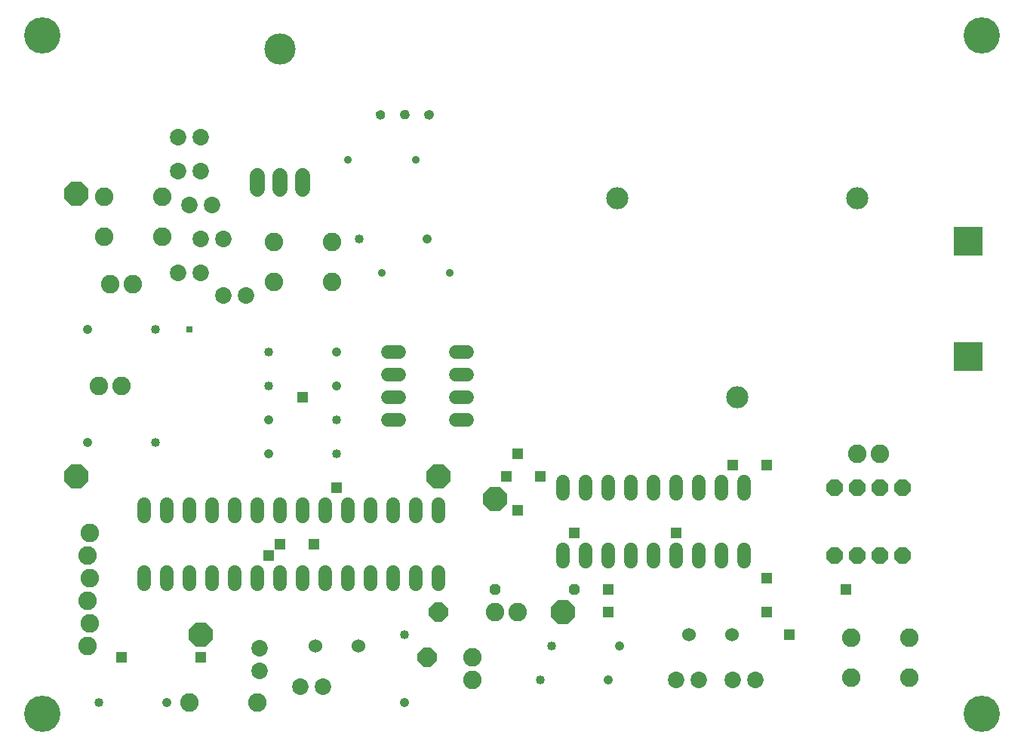
<source format=gts>
G75*
%MOIN*%
%OFA0B0*%
%FSLAX25Y25*%
%IPPOS*%
%LPD*%
%AMOC8*
5,1,8,0,0,1.08239X$1,22.5*
%
%ADD10C,0.16000*%
%ADD11OC8,0.07100*%
%ADD12C,0.06000*%
%ADD13C,0.08200*%
%ADD14C,0.04000*%
%ADD15C,0.04123*%
%ADD16R,0.12800X0.12800*%
%ADD17C,0.09800*%
%ADD18C,0.06000*%
%ADD19C,0.07300*%
%ADD20R,0.02800X0.02800*%
%ADD21C,0.03600*%
%ADD22C,0.06800*%
%ADD23C,0.13800*%
%ADD24C,0.00500*%
%ADD25R,0.04762X0.04762*%
%ADD26OC8,0.08400*%
%ADD27OC8,0.10800*%
%ADD28OC8,0.04762*%
D10*
X0021800Y0021800D03*
X0021800Y0321800D03*
X0436800Y0321800D03*
X0436800Y0021800D03*
D11*
X0401800Y0091800D03*
X0391800Y0091800D03*
X0381800Y0091800D03*
X0371800Y0091800D03*
X0371800Y0121800D03*
X0381800Y0121800D03*
X0391800Y0121800D03*
X0401800Y0121800D03*
D12*
X0331800Y0119200D02*
X0331800Y0124400D01*
X0321800Y0124400D02*
X0321800Y0119200D01*
X0311800Y0119200D02*
X0311800Y0124400D01*
X0301800Y0124400D02*
X0301800Y0119200D01*
X0291800Y0119200D02*
X0291800Y0124400D01*
X0281800Y0124400D02*
X0281800Y0119200D01*
X0271800Y0119200D02*
X0271800Y0124400D01*
X0261800Y0124400D02*
X0261800Y0119200D01*
X0251800Y0119200D02*
X0251800Y0124400D01*
X0251800Y0094400D02*
X0251800Y0089200D01*
X0261800Y0089200D02*
X0261800Y0094400D01*
X0271800Y0094400D02*
X0271800Y0089200D01*
X0281800Y0089200D02*
X0281800Y0094400D01*
X0291800Y0094400D02*
X0291800Y0089200D01*
X0301800Y0089200D02*
X0301800Y0094400D01*
X0311800Y0094400D02*
X0311800Y0089200D01*
X0321800Y0089200D02*
X0321800Y0094400D01*
X0331800Y0094400D02*
X0331800Y0089200D01*
X0209400Y0151800D02*
X0204200Y0151800D01*
X0204200Y0161800D02*
X0209400Y0161800D01*
X0209400Y0171800D02*
X0204200Y0171800D01*
X0204200Y0181800D02*
X0209400Y0181800D01*
X0179400Y0181800D02*
X0174200Y0181800D01*
X0174200Y0171800D02*
X0179400Y0171800D01*
X0179400Y0161800D02*
X0174200Y0161800D01*
X0174200Y0151800D02*
X0179400Y0151800D01*
X0176800Y0114400D02*
X0176800Y0109200D01*
X0166800Y0109200D02*
X0166800Y0114400D01*
X0156800Y0114400D02*
X0156800Y0109200D01*
X0146800Y0109200D02*
X0146800Y0114400D01*
X0136800Y0114400D02*
X0136800Y0109200D01*
X0126800Y0109200D02*
X0126800Y0114400D01*
X0116800Y0114400D02*
X0116800Y0109200D01*
X0106800Y0109200D02*
X0106800Y0114400D01*
X0096800Y0114400D02*
X0096800Y0109200D01*
X0086800Y0109200D02*
X0086800Y0114400D01*
X0076800Y0114400D02*
X0076800Y0109200D01*
X0066800Y0109200D02*
X0066800Y0114400D01*
X0066800Y0084400D02*
X0066800Y0079200D01*
X0076800Y0079200D02*
X0076800Y0084400D01*
X0086800Y0084400D02*
X0086800Y0079200D01*
X0096800Y0079200D02*
X0096800Y0084400D01*
X0106800Y0084400D02*
X0106800Y0079200D01*
X0116800Y0079200D02*
X0116800Y0084400D01*
X0126800Y0084400D02*
X0126800Y0079200D01*
X0136800Y0079200D02*
X0136800Y0084400D01*
X0146800Y0084400D02*
X0146800Y0079200D01*
X0156800Y0079200D02*
X0156800Y0084400D01*
X0166800Y0084400D02*
X0166800Y0079200D01*
X0176800Y0079200D02*
X0176800Y0084400D01*
X0186800Y0084400D02*
X0186800Y0079200D01*
X0196800Y0079200D02*
X0196800Y0084400D01*
X0196800Y0109200D02*
X0196800Y0114400D01*
X0186800Y0114400D02*
X0186800Y0109200D01*
D13*
X0221800Y0066800D03*
X0231800Y0066800D03*
X0211800Y0046800D03*
X0211800Y0036800D03*
X0116800Y0026800D03*
X0086800Y0026800D03*
X0041800Y0051800D03*
X0042800Y0061800D03*
X0041800Y0071800D03*
X0042800Y0081800D03*
X0041800Y0091800D03*
X0042800Y0101800D03*
X0046800Y0166800D03*
X0056800Y0166800D03*
X0051800Y0211800D03*
X0061800Y0211800D03*
X0049000Y0232900D03*
X0049000Y0250700D03*
X0074600Y0250700D03*
X0074600Y0232900D03*
X0124000Y0230700D03*
X0149600Y0230700D03*
X0149600Y0212900D03*
X0124000Y0212900D03*
X0379000Y0055700D03*
X0379000Y0037900D03*
X0404600Y0037900D03*
X0404600Y0055700D03*
X0391800Y0136800D03*
X0381800Y0136800D03*
D14*
X0246800Y0051800D03*
X0241800Y0036800D03*
X0181800Y0056800D03*
X0151800Y0136800D03*
X0151800Y0151800D03*
X0121800Y0166800D03*
X0121800Y0181800D03*
X0071800Y0191800D03*
X0071800Y0141800D03*
X0161800Y0231800D03*
X0046800Y0026800D03*
D15*
X0076800Y0026800D03*
X0181800Y0026800D03*
X0271800Y0036800D03*
X0276800Y0051800D03*
X0151800Y0166800D03*
X0151800Y0181800D03*
X0121800Y0151800D03*
X0121800Y0136800D03*
X0041800Y0141800D03*
X0041800Y0191800D03*
X0191800Y0231800D03*
D16*
X0430800Y0230800D03*
X0430800Y0179800D03*
D17*
X0381800Y0249800D03*
X0275800Y0249800D03*
X0328800Y0161800D03*
D18*
X0326300Y0056800D03*
X0307300Y0056800D03*
X0161300Y0051800D03*
X0142300Y0051800D03*
D19*
X0145800Y0033800D03*
X0135800Y0033800D03*
X0117800Y0040800D03*
X0117800Y0050800D03*
X0301800Y0036800D03*
X0311800Y0036800D03*
X0326800Y0036800D03*
X0336800Y0036800D03*
X0111800Y0206800D03*
X0101800Y0206800D03*
X0091800Y0216800D03*
X0081800Y0216800D03*
X0091800Y0231800D03*
X0101800Y0231800D03*
X0096800Y0246800D03*
X0086800Y0246800D03*
X0081800Y0261800D03*
X0091800Y0261800D03*
X0091800Y0276800D03*
X0081800Y0276800D03*
D20*
X0036800Y0251800D03*
X0086800Y0191800D03*
X0036800Y0126800D03*
X0091800Y0056800D03*
X0191800Y0046800D03*
X0196800Y0066800D03*
X0251800Y0066800D03*
X0221800Y0116800D03*
X0196800Y0126800D03*
D21*
X0201800Y0216800D03*
X0171800Y0216800D03*
X0171800Y0216800D03*
X0156800Y0266800D03*
X0186800Y0266800D03*
X0186800Y0266800D03*
D22*
X0136800Y0259800D02*
X0136800Y0253800D01*
X0126800Y0253800D02*
X0126800Y0259800D01*
X0116800Y0259800D02*
X0116800Y0253800D01*
D23*
X0126800Y0315800D03*
D24*
X0169735Y0287897D02*
X0169519Y0287565D01*
X0169381Y0287193D01*
X0169330Y0286800D01*
X0169385Y0286402D01*
X0169528Y0286026D01*
X0169750Y0285691D01*
X0170041Y0285414D01*
X0170387Y0285208D01*
X0170770Y0285085D01*
X0171170Y0285050D01*
X0171550Y0285102D01*
X0171908Y0285237D01*
X0172228Y0285448D01*
X0172492Y0285725D01*
X0172688Y0286054D01*
X0172806Y0286418D01*
X0172840Y0286800D01*
X0172800Y0287184D01*
X0172676Y0287550D01*
X0172473Y0287879D01*
X0172202Y0288154D01*
X0171877Y0288363D01*
X0171513Y0288493D01*
X0171130Y0288540D01*
X0170735Y0288502D01*
X0170359Y0288377D01*
X0170020Y0288172D01*
X0169735Y0287897D01*
X0169832Y0287990D02*
X0172364Y0287990D01*
X0172696Y0287492D02*
X0169492Y0287492D01*
X0169355Y0286993D02*
X0172820Y0286993D01*
X0172813Y0286495D02*
X0169372Y0286495D01*
X0169547Y0285996D02*
X0172654Y0285996D01*
X0172275Y0285498D02*
X0169953Y0285498D01*
X0170695Y0288489D02*
X0171526Y0288489D01*
X0180101Y0287233D02*
X0180239Y0287605D01*
X0180455Y0287937D01*
X0180740Y0288212D01*
X0181079Y0288418D01*
X0181455Y0288542D01*
X0181850Y0288580D01*
X0182233Y0288533D01*
X0182597Y0288403D01*
X0182922Y0288194D01*
X0183193Y0287919D01*
X0183396Y0287590D01*
X0183520Y0287224D01*
X0183560Y0286840D01*
X0183526Y0286459D01*
X0183408Y0286094D01*
X0183212Y0285765D01*
X0182948Y0285488D01*
X0182628Y0285277D01*
X0182270Y0285142D01*
X0181890Y0285090D01*
X0181490Y0285125D01*
X0181107Y0285248D01*
X0180761Y0285454D01*
X0180470Y0285731D01*
X0180248Y0286066D01*
X0180105Y0286442D01*
X0180050Y0286840D01*
X0180101Y0287233D01*
X0180070Y0286993D02*
X0183544Y0286993D01*
X0183530Y0286495D02*
X0180098Y0286495D01*
X0180294Y0285996D02*
X0183350Y0285996D01*
X0182957Y0285498D02*
X0180715Y0285498D01*
X0180197Y0287492D02*
X0183429Y0287492D01*
X0183123Y0287990D02*
X0180510Y0287990D01*
X0181294Y0288489D02*
X0182358Y0288489D01*
X0190801Y0287203D02*
X0190938Y0287575D01*
X0191155Y0287907D01*
X0191440Y0288183D01*
X0191779Y0288388D01*
X0192155Y0288512D01*
X0192550Y0288550D01*
X0192933Y0288504D01*
X0193297Y0288373D01*
X0193622Y0288165D01*
X0193893Y0287889D01*
X0194095Y0287560D01*
X0194220Y0287194D01*
X0194260Y0286810D01*
X0194226Y0286429D01*
X0194108Y0286064D01*
X0193912Y0285735D01*
X0193647Y0285458D01*
X0193328Y0285247D01*
X0192969Y0285112D01*
X0192590Y0285060D01*
X0192189Y0285095D01*
X0191807Y0285219D01*
X0191461Y0285424D01*
X0191170Y0285701D01*
X0190947Y0286036D01*
X0190805Y0286412D01*
X0190750Y0286810D01*
X0190801Y0287203D01*
X0190774Y0286993D02*
X0194241Y0286993D01*
X0194232Y0286495D02*
X0190794Y0286495D01*
X0190974Y0285996D02*
X0194067Y0285996D01*
X0193685Y0285498D02*
X0191383Y0285498D01*
X0190907Y0287492D02*
X0194119Y0287492D01*
X0193793Y0287990D02*
X0191241Y0287990D01*
X0192084Y0288489D02*
X0192974Y0288489D01*
D25*
X0136800Y0161800D03*
X0151800Y0121800D03*
X0141800Y0096800D03*
X0126800Y0096800D03*
X0121800Y0091800D03*
X0091800Y0046800D03*
X0056800Y0046800D03*
X0226800Y0126800D03*
X0231800Y0136800D03*
X0241800Y0126800D03*
X0231800Y0111800D03*
X0256800Y0101800D03*
X0271800Y0076800D03*
X0271800Y0066800D03*
X0301800Y0101800D03*
X0326800Y0131800D03*
X0341800Y0131800D03*
X0341800Y0081800D03*
X0341800Y0066800D03*
X0351800Y0056800D03*
X0376800Y0076800D03*
D26*
X0196800Y0066800D03*
X0191800Y0046800D03*
D27*
X0251800Y0066800D03*
X0221800Y0116800D03*
X0196800Y0126800D03*
X0091800Y0056800D03*
X0036800Y0126800D03*
X0036800Y0251800D03*
D28*
X0221800Y0076800D03*
X0256800Y0076800D03*
M02*

</source>
